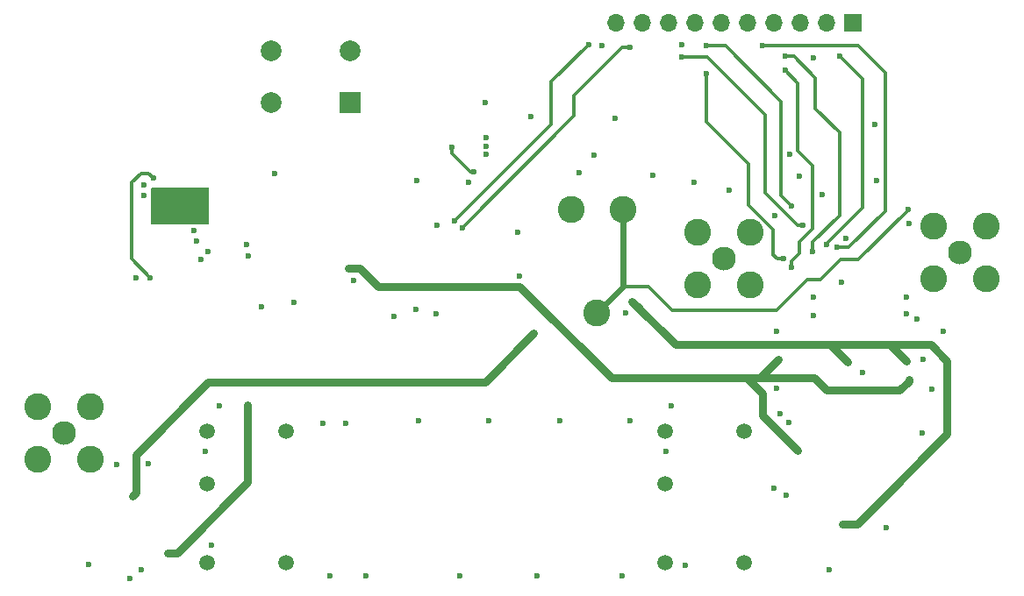
<source format=gbl>
%TF.GenerationSoftware,KiCad,Pcbnew,(6.0.6)*%
%TF.CreationDate,2023-01-28T17:13:44-04:00*%
%TF.ProjectId,DDS_FunctionGenerator,4444535f-4675-46e6-9374-696f6e47656e,rev?*%
%TF.SameCoordinates,Original*%
%TF.FileFunction,Copper,L4,Bot*%
%TF.FilePolarity,Positive*%
%FSLAX46Y46*%
G04 Gerber Fmt 4.6, Leading zero omitted, Abs format (unit mm)*
G04 Created by KiCad (PCBNEW (6.0.6)) date 2023-01-28 17:13:44*
%MOMM*%
%LPD*%
G01*
G04 APERTURE LIST*
%TA.AperFunction,ComponentPad*%
%ADD10C,1.500000*%
%TD*%
%TA.AperFunction,ComponentPad*%
%ADD11C,2.300000*%
%TD*%
%TA.AperFunction,ComponentPad*%
%ADD12C,2.600000*%
%TD*%
%TA.AperFunction,ComponentPad*%
%ADD13C,2.000000*%
%TD*%
%TA.AperFunction,ComponentPad*%
%ADD14R,2.000000X2.000000*%
%TD*%
%TA.AperFunction,ComponentPad*%
%ADD15R,1.700000X1.700000*%
%TD*%
%TA.AperFunction,ComponentPad*%
%ADD16O,1.700000X1.700000*%
%TD*%
%TA.AperFunction,ViaPad*%
%ADD17C,0.600000*%
%TD*%
%TA.AperFunction,Conductor*%
%ADD18C,0.800000*%
%TD*%
%TA.AperFunction,Conductor*%
%ADD19C,0.300000*%
%TD*%
%TA.AperFunction,Conductor*%
%ADD20C,0.600000*%
%TD*%
G04 APERTURE END LIST*
D10*
%TO.P,K2,1*%
%TO.N,/Output_Stage/FILTER-SW-OUT*%
X104810000Y-107450000D03*
%TO.P,K2,6*%
%TO.N,GND*%
X104810000Y-120150000D03*
%TO.P,K2,7*%
%TO.N,/Output_Stage/FILT-OUT*%
X97190000Y-120150000D03*
%TO.P,K2,10*%
%TO.N,/Output_Stage/LIN-PHASE-OUT*%
X97190000Y-112530000D03*
%TO.P,K2,12*%
%TO.N,/Output_Stage/ELLIP-OUT*%
X97190000Y-107450000D03*
%TD*%
D11*
%TO.P,J3,1,In*%
%TO.N,/DDS/DDS-VIN*%
X169800000Y-90170000D03*
D12*
%TO.P,J3,2,GND*%
%TO.N,GND*%
X172340000Y-92710000D03*
X167260000Y-87630000D03*
X172340000Y-87630000D03*
X167260000Y-92710000D03*
%TD*%
D11*
%TO.P,J5,1,In*%
%TO.N,/Output_Stage/OUT*%
X83400000Y-107600000D03*
D12*
%TO.P,J5,2,GND*%
%TO.N,GND*%
X80860000Y-105060000D03*
X85940000Y-110140000D03*
X85940000Y-105060000D03*
X80860000Y-110140000D03*
%TD*%
%TO.P,POT1,1*%
%TO.N,Net-(POT1-Pad1)*%
X137300000Y-86000000D03*
%TO.P,POT1,2*%
%TO.N,GND*%
X132300000Y-86000000D03*
%TO.P,POT1,3*%
%TO.N,Net-(POT1-Pad1)*%
X134800000Y-96000000D03*
%TD*%
D13*
%TO.P,J1,1,Pin_1*%
%TO.N,/VIN*%
X111010000Y-70700000D03*
D14*
X111010000Y-75700000D03*
D13*
%TO.P,J1,2,Pin_2*%
%TO.N,GND*%
X103390000Y-70700000D03*
X103390000Y-75700000D03*
%TD*%
D11*
%TO.P,J2,1,In*%
%TO.N,/DDS/SIGNBITOUT*%
X147066000Y-90805000D03*
D12*
%TO.P,J2,2,GND*%
%TO.N,GND*%
X144526000Y-93345000D03*
X149606000Y-93345000D03*
X149606000Y-88265000D03*
X144526000Y-88265000D03*
%TD*%
D10*
%TO.P,K1,1*%
%TO.N,/Output_Stage/FILTER-SW-IN*%
X149010000Y-107450000D03*
%TO.P,K1,6*%
%TO.N,GND*%
X149010000Y-120150000D03*
%TO.P,K1,7*%
%TO.N,/DDS/FILT-IN*%
X141390000Y-120150000D03*
%TO.P,K1,10*%
%TO.N,/Output_Stage/LIN-PHASE-IN*%
X141390000Y-112530000D03*
%TO.P,K1,12*%
%TO.N,/Output_Stage/ELLIP-IN*%
X141390000Y-107450000D03*
%TD*%
D15*
%TO.P,J4,1,PIN_1*%
%TO.N,GND*%
X159512000Y-68000000D03*
D16*
%TO.P,J4,2,PIN_2*%
%TO.N,/DDS/SCLK*%
X156972000Y-68000000D03*
%TO.P,J4,3,PIN_3*%
%TO.N,/DDS/RESET*%
X154432000Y-68000000D03*
%TO.P,J4,4,PIN_4*%
%TO.N,/DDS/SDATA*%
X151892000Y-68000000D03*
%TO.P,J4,5,PIN_5*%
%TO.N,/DDS/FSYNC*%
X149352000Y-68000000D03*
%TO.P,J4,6,PIN_6*%
%TO.N,/DDS/SLEEP*%
X146812000Y-68000000D03*
%TO.P,J4,7,PIN_7*%
%TO.N,/DDS/PSELECT*%
X144272000Y-68000000D03*
%TO.P,J4,8,PIN_8*%
%TO.N,/DDS/FSELECT*%
X141732000Y-68000000D03*
%TO.P,J4,9,PIN_9*%
%TO.N,/Output_Stage/FILT-SWITCH*%
X139192000Y-68000000D03*
%TO.P,J4,10,PIN_10*%
%TO.N,/Output_Stage/FILT-EN*%
X136652000Y-68000000D03*
%TD*%
D17*
%TO.N,GND*%
X119400000Y-87600000D03*
X158400000Y-93100000D03*
X98400000Y-105000000D03*
X124100000Y-79100000D03*
X90800000Y-120800000D03*
X105600000Y-95000000D03*
X124400000Y-106400000D03*
X143300000Y-120400000D03*
X91100000Y-83650000D03*
X121600000Y-121400000D03*
X160400000Y-101800000D03*
X166300000Y-100550000D03*
X166200000Y-107600000D03*
X117600000Y-106400000D03*
X137200000Y-121400000D03*
X127200000Y-88200000D03*
X124100000Y-80700000D03*
X85800000Y-120300000D03*
X109000000Y-121400000D03*
X138000000Y-106400000D03*
X110600000Y-106700000D03*
X96150000Y-89100000D03*
X131200000Y-106400000D03*
X91100000Y-84700000D03*
X95900000Y-88100000D03*
X124000000Y-75700000D03*
X155700000Y-96300000D03*
X88500000Y-110700000D03*
X128400000Y-77100000D03*
X112500000Y-121400000D03*
X153300000Y-106600000D03*
X108400000Y-106700000D03*
X152500000Y-105800000D03*
X97600000Y-118500000D03*
X90300000Y-92600000D03*
X142000000Y-105000000D03*
X97000000Y-109400000D03*
X127300000Y-92500000D03*
X129000000Y-121400000D03*
X155700000Y-71400000D03*
X161600000Y-77800000D03*
X155700000Y-94500000D03*
X156500000Y-84600000D03*
X165700000Y-96600000D03*
X136600000Y-77200000D03*
X101200000Y-90500000D03*
X122400000Y-83400000D03*
X102400000Y-95400000D03*
X152000000Y-86600000D03*
X119300000Y-96100000D03*
X117300000Y-95700000D03*
X164900000Y-87400000D03*
X162700000Y-116800000D03*
X161800000Y-83200000D03*
X152100000Y-103300000D03*
X167100000Y-103400000D03*
X101000000Y-89400000D03*
X168200000Y-97800000D03*
X157200000Y-120800000D03*
X97300000Y-90100000D03*
X140200000Y-82700000D03*
X152100000Y-97800000D03*
X135300000Y-70200000D03*
X153100000Y-113600000D03*
X124100000Y-79900000D03*
X143000000Y-70100000D03*
X147600000Y-84200000D03*
X158800000Y-88800000D03*
X141500000Y-109400000D03*
X133100000Y-82500000D03*
X144200000Y-83400000D03*
X115200000Y-96400000D03*
X103700000Y-82600000D03*
X164700000Y-96100000D03*
X134500000Y-80800000D03*
X153400000Y-80700000D03*
X137600000Y-96000000D03*
X117400000Y-83200000D03*
X91500000Y-110600000D03*
X164700000Y-94488000D03*
X154300000Y-82800000D03*
X151900000Y-113000000D03*
X111300000Y-92900000D03*
X96600000Y-90900000D03*
X89700000Y-121700000D03*
%TO.N,+5V*%
X138200000Y-94900000D03*
X164700000Y-100700000D03*
X90000000Y-113700000D03*
X159000000Y-100800000D03*
X128700000Y-98000000D03*
X158500000Y-116400000D03*
X138900000Y-95600000D03*
%TO.N,-5V*%
X111900000Y-91700000D03*
X164900000Y-102450000D03*
X154200000Y-109300000D03*
X101100000Y-104900000D03*
X152300000Y-100500000D03*
X110800000Y-91700000D03*
X93400000Y-119200000D03*
%TO.N,-5V8*%
X94000000Y-85500000D03*
X94000000Y-84700000D03*
X94000000Y-86300000D03*
%TO.N,/DDS/SCLK*%
X158200000Y-71200000D03*
X157000000Y-89400000D03*
%TO.N,/DDS/RESET*%
X153000000Y-72600000D03*
X153600000Y-91600000D03*
%TO.N,/DDS/SDATA*%
X153000000Y-71200000D03*
X155600000Y-90100000D03*
%TO.N,/DDS/FSYNC*%
X158000000Y-89700000D03*
X150800000Y-70200000D03*
%TO.N,/DDS/SLEEP*%
X152800000Y-90800000D03*
X145400000Y-72900000D03*
%TO.N,/DDS/PSELECT*%
X153600000Y-85700000D03*
X145400000Y-70200000D03*
%TO.N,/DDS/FSELECT*%
X143000000Y-71300000D03*
X154700000Y-87600000D03*
%TO.N,/Output_Stage/FILT-EN*%
X121100000Y-87100000D03*
X134000000Y-70100000D03*
%TO.N,/Output_Stage/FILT-SWITCH*%
X138000000Y-70400000D03*
X121800000Y-87800000D03*
%TO.N,Net-(POT1-Pad1)*%
X164800000Y-86000000D03*
%TO.N,/PG*%
X120800000Y-80000000D03*
X122900000Y-82400000D03*
%TO.N,/FB*%
X91700000Y-92600000D03*
X92000000Y-83000000D03*
%TD*%
D18*
%TO.N,+5V*%
X97300000Y-102700000D02*
X90300000Y-109700000D01*
X90300000Y-109700000D02*
X90300000Y-113400000D01*
X168600000Y-107700000D02*
X161500000Y-114800000D01*
X157300000Y-99100000D02*
X163100000Y-99100000D01*
X161500000Y-114800000D02*
X159900000Y-116400000D01*
X90300000Y-113400000D02*
X90000000Y-113700000D01*
X128700000Y-98000000D02*
X124000000Y-102700000D01*
X138200000Y-94900000D02*
X138900000Y-95600000D01*
X163100000Y-99100000D02*
X164700000Y-100700000D01*
X124000000Y-102700000D02*
X97300000Y-102700000D01*
X157300000Y-99100000D02*
X159000000Y-100800000D01*
X138200000Y-94900000D02*
X142400000Y-99100000D01*
X168600000Y-100700000D02*
X168600000Y-107700000D01*
X163100000Y-99100000D02*
X167000000Y-99100000D01*
X142400000Y-99100000D02*
X157300000Y-99100000D01*
X167000000Y-99100000D02*
X168600000Y-100700000D01*
X159900000Y-116400000D02*
X158500000Y-116400000D01*
%TO.N,-5V*%
X94300000Y-119200000D02*
X101100000Y-112400000D01*
X150800000Y-103800000D02*
X150800000Y-105900000D01*
X110800000Y-91700000D02*
X111900000Y-91700000D01*
X136200000Y-102300000D02*
X149300000Y-102300000D01*
X164900000Y-102450000D02*
X164900000Y-102600000D01*
X150800000Y-105900000D02*
X154200000Y-109300000D01*
X127370000Y-93470000D02*
X136200000Y-102300000D01*
X93400000Y-119200000D02*
X94300000Y-119200000D01*
X164000000Y-103500000D02*
X157000000Y-103500000D01*
X149300000Y-102300000D02*
X150800000Y-103800000D01*
X164900000Y-102600000D02*
X164000000Y-103500000D01*
X111900000Y-91700000D02*
X113670000Y-93470000D01*
X113670000Y-93470000D02*
X127370000Y-93470000D01*
X155800000Y-102300000D02*
X150500000Y-102300000D01*
X101100000Y-112400000D02*
X101100000Y-104900000D01*
X150500000Y-102300000D02*
X152300000Y-100500000D01*
X149300000Y-102300000D02*
X150500000Y-102300000D01*
X157000000Y-103500000D02*
X155800000Y-102300000D01*
D19*
%TO.N,/DDS/SCLK*%
X160400000Y-85900000D02*
X160400000Y-73400000D01*
X157000000Y-89300000D02*
X160400000Y-85900000D01*
X157000000Y-89400000D02*
X157000000Y-89300000D01*
X160400000Y-73400000D02*
X158200000Y-71200000D01*
%TO.N,/DDS/RESET*%
X154300000Y-90300000D02*
X153600000Y-91000000D01*
X155600000Y-81800000D02*
X155600000Y-87900000D01*
X154200000Y-73800000D02*
X154200000Y-80400000D01*
X154300000Y-89200000D02*
X154300000Y-90300000D01*
X154200000Y-80400000D02*
X155600000Y-81800000D01*
X153000000Y-72600000D02*
X154200000Y-73800000D01*
X153600000Y-91000000D02*
X153600000Y-91600000D01*
X155600000Y-87900000D02*
X154300000Y-89200000D01*
%TO.N,/DDS/SDATA*%
X155600000Y-90100000D02*
X155600000Y-89200000D01*
X153800000Y-71200000D02*
X153000000Y-71200000D01*
X155900000Y-73300000D02*
X153800000Y-71200000D01*
X155600000Y-89200000D02*
X158200000Y-86600000D01*
X158200000Y-86600000D02*
X158200000Y-78600000D01*
X158200000Y-78600000D02*
X155900000Y-76300000D01*
X155900000Y-76300000D02*
X155900000Y-73300000D01*
%TO.N,/DDS/FSYNC*%
X162600000Y-72800000D02*
X160000000Y-70200000D01*
X162600000Y-86200000D02*
X162600000Y-72800000D01*
X159100000Y-89700000D02*
X162600000Y-86200000D01*
X158000000Y-89700000D02*
X159100000Y-89700000D01*
X160000000Y-70200000D02*
X150800000Y-70200000D01*
%TO.N,/DDS/SLEEP*%
X145400000Y-72900000D02*
X145400000Y-77600000D01*
X151800000Y-88000000D02*
X151800000Y-90400000D01*
X151800000Y-90400000D02*
X152200000Y-90800000D01*
X149400000Y-85600000D02*
X151800000Y-88000000D01*
X149400000Y-81600000D02*
X149400000Y-85600000D01*
X145400000Y-77600000D02*
X149400000Y-81600000D01*
X152200000Y-90800000D02*
X152800000Y-90800000D01*
%TO.N,/DDS/PSELECT*%
X152600000Y-75600000D02*
X147200000Y-70200000D01*
X153600000Y-85700000D02*
X152600000Y-84700000D01*
X147200000Y-70200000D02*
X145400000Y-70200000D01*
X152600000Y-84700000D02*
X152600000Y-75600000D01*
%TO.N,/DDS/FSELECT*%
X151000000Y-84400000D02*
X154200000Y-87600000D01*
X151000000Y-76890883D02*
X151000000Y-84400000D01*
X143000000Y-71300000D02*
X145409117Y-71300000D01*
X154200000Y-87600000D02*
X154700000Y-87600000D01*
X145409117Y-71300000D02*
X151000000Y-76890883D01*
%TO.N,/Output_Stage/FILT-EN*%
X121100000Y-87100000D02*
X130400000Y-77800000D01*
X130400000Y-73700000D02*
X134000000Y-70100000D01*
X130400000Y-77800000D02*
X130400000Y-73700000D01*
%TO.N,/Output_Stage/FILT-SWITCH*%
X132600000Y-75000000D02*
X137200000Y-70400000D01*
X132600000Y-77000000D02*
X132600000Y-75000000D01*
X121800000Y-87800000D02*
X132600000Y-77000000D01*
X137200000Y-70400000D02*
X138000000Y-70400000D01*
%TO.N,Net-(POT1-Pad1)*%
X164800000Y-86150000D02*
X160050000Y-90900000D01*
X158300000Y-90900000D02*
X156400000Y-92800000D01*
X164800000Y-86000000D02*
X164800000Y-86150000D01*
X160050000Y-90900000D02*
X158300000Y-90900000D01*
X152100000Y-95800000D02*
X142100000Y-95800000D01*
D20*
X137300000Y-86000000D02*
X137300000Y-93500000D01*
D19*
X139800000Y-93500000D02*
X137300000Y-93500000D01*
D20*
X137300000Y-93500000D02*
X134800000Y-96000000D01*
D19*
X142100000Y-95800000D02*
X139800000Y-93500000D01*
X156400000Y-92800000D02*
X155100000Y-92800000D01*
X155100000Y-92800000D02*
X152100000Y-95800000D01*
%TO.N,/PG*%
X122900000Y-82400000D02*
X122600000Y-82400000D01*
X122600000Y-82400000D02*
X120800000Y-80600000D01*
X120800000Y-80600000D02*
X120800000Y-80000000D01*
%TO.N,/FB*%
X91700000Y-92600000D02*
X89900000Y-90800000D01*
X89900000Y-90800000D02*
X89900000Y-83450000D01*
X89900000Y-83450000D02*
X90800000Y-82550000D01*
X90800000Y-82550000D02*
X91550000Y-82550000D01*
X91550000Y-82550000D02*
X92000000Y-83000000D01*
%TD*%
%TA.AperFunction,Conductor*%
%TO.N,-5V8*%
G36*
X97342121Y-83920002D02*
G01*
X97388614Y-83973658D01*
X97400000Y-84026000D01*
X97400000Y-87374000D01*
X97379998Y-87442121D01*
X97326342Y-87488614D01*
X97274000Y-87500000D01*
X91926000Y-87500000D01*
X91857879Y-87479998D01*
X91811386Y-87426342D01*
X91800000Y-87374000D01*
X91800000Y-84026000D01*
X91820002Y-83957879D01*
X91873658Y-83911386D01*
X91926000Y-83900000D01*
X97274000Y-83900000D01*
X97342121Y-83920002D01*
G37*
%TD.AperFunction*%
%TD*%
M02*

</source>
